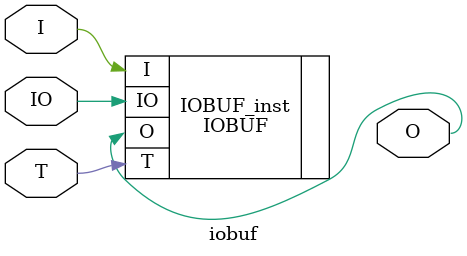
<source format=v>

`timescale 1 ns / 1 ps

module iobuf (
              input I,
              output O,
              input T,
              inout IO
              );



IOBUF IOBUF_inst (
                 .O(O),   // 1-bit output: Buffer output
                 .I(I),   // 1-bit input: Buffer input
                 .IO(IO), // 1-bit inout: Buffer inout (connect directly to top-level port)
                 .T(T)    // 1-bit input: 3-state enable input
              );





/*

  
 reg  a, b; 
    

  assign SPI_D  = OEN ? 1'bz : a;
  assign O = b;


  
   always @*
   begin
          b = SPI_D;
          a = I;
   end

*/

  
  endmodule

</source>
